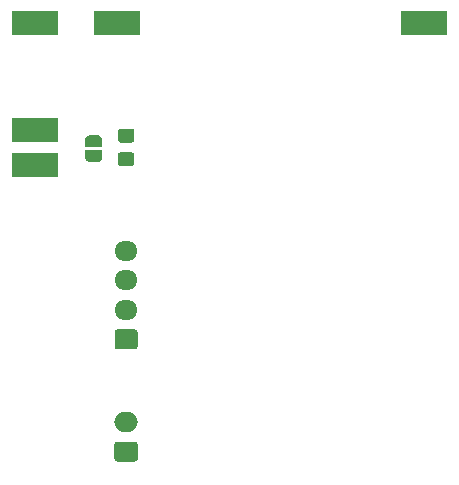
<source format=gts>
G04 #@! TF.GenerationSoftware,KiCad,Pcbnew,5.1.9+dfsg1-1*
G04 #@! TF.CreationDate,2023-02-08T10:37:42+09:00*
G04 #@! TF.ProjectId,pixel-battery-breakout,70697865-6c2d-4626-9174-746572792d62,rev?*
G04 #@! TF.SameCoordinates,Original*
G04 #@! TF.FileFunction,Soldermask,Top*
G04 #@! TF.FilePolarity,Negative*
%FSLAX46Y46*%
G04 Gerber Fmt 4.6, Leading zero omitted, Abs format (unit mm)*
G04 Created by KiCad (PCBNEW 5.1.9+dfsg1-1) date 2023-02-08 10:37:42*
%MOMM*%
%LPD*%
G01*
G04 APERTURE LIST*
%ADD10R,4.000000X2.000000*%
%ADD11O,2.000000X1.700000*%
%ADD12O,1.950000X1.700000*%
%ADD13C,0.100000*%
G04 APERTURE END LIST*
D10*
X173500000Y-21250000D03*
X147500000Y-21250000D03*
X140500000Y-21250000D03*
G36*
G01*
X149000000Y-58350000D02*
X147500000Y-58350000D01*
G75*
G02*
X147250000Y-58100000I0J250000D01*
G01*
X147250000Y-56900000D01*
G75*
G02*
X147500000Y-56650000I250000J0D01*
G01*
X149000000Y-56650000D01*
G75*
G02*
X149250000Y-56900000I0J-250000D01*
G01*
X149250000Y-58100000D01*
G75*
G02*
X149000000Y-58350000I-250000J0D01*
G01*
G37*
D11*
X148250000Y-55000000D03*
G36*
G01*
X148975000Y-48850000D02*
X147525000Y-48850000D01*
G75*
G02*
X147275000Y-48600000I0J250000D01*
G01*
X147275000Y-47400000D01*
G75*
G02*
X147525000Y-47150000I250000J0D01*
G01*
X148975000Y-47150000D01*
G75*
G02*
X149225000Y-47400000I0J-250000D01*
G01*
X149225000Y-48600000D01*
G75*
G02*
X148975000Y-48850000I-250000J0D01*
G01*
G37*
D12*
X148250000Y-45500000D03*
X148250000Y-43000000D03*
X148250000Y-40500000D03*
D13*
G36*
X144750000Y-31700000D02*
G01*
X144750000Y-31200000D01*
X144750602Y-31200000D01*
X144750602Y-31175466D01*
X144755412Y-31126635D01*
X144764984Y-31078510D01*
X144779228Y-31031555D01*
X144798005Y-30986222D01*
X144821136Y-30942949D01*
X144848396Y-30902150D01*
X144879524Y-30864221D01*
X144914221Y-30829524D01*
X144952150Y-30798396D01*
X144992949Y-30771136D01*
X145036222Y-30748005D01*
X145081555Y-30729228D01*
X145128510Y-30714984D01*
X145176635Y-30705412D01*
X145225466Y-30700602D01*
X145250000Y-30700602D01*
X145250000Y-30700000D01*
X145750000Y-30700000D01*
X145750000Y-30700602D01*
X145774534Y-30700602D01*
X145823365Y-30705412D01*
X145871490Y-30714984D01*
X145918445Y-30729228D01*
X145963778Y-30748005D01*
X146007051Y-30771136D01*
X146047850Y-30798396D01*
X146085779Y-30829524D01*
X146120476Y-30864221D01*
X146151604Y-30902150D01*
X146178864Y-30942949D01*
X146201995Y-30986222D01*
X146220772Y-31031555D01*
X146235016Y-31078510D01*
X146244588Y-31126635D01*
X146249398Y-31175466D01*
X146249398Y-31200000D01*
X146250000Y-31200000D01*
X146250000Y-31700000D01*
X144750000Y-31700000D01*
G37*
G36*
X146249398Y-32500000D02*
G01*
X146249398Y-32524534D01*
X146244588Y-32573365D01*
X146235016Y-32621490D01*
X146220772Y-32668445D01*
X146201995Y-32713778D01*
X146178864Y-32757051D01*
X146151604Y-32797850D01*
X146120476Y-32835779D01*
X146085779Y-32870476D01*
X146047850Y-32901604D01*
X146007051Y-32928864D01*
X145963778Y-32951995D01*
X145918445Y-32970772D01*
X145871490Y-32985016D01*
X145823365Y-32994588D01*
X145774534Y-32999398D01*
X145750000Y-32999398D01*
X145750000Y-33000000D01*
X145250000Y-33000000D01*
X145250000Y-32999398D01*
X145225466Y-32999398D01*
X145176635Y-32994588D01*
X145128510Y-32985016D01*
X145081555Y-32970772D01*
X145036222Y-32951995D01*
X144992949Y-32928864D01*
X144952150Y-32901604D01*
X144914221Y-32870476D01*
X144879524Y-32835779D01*
X144848396Y-32797850D01*
X144821136Y-32757051D01*
X144798005Y-32713778D01*
X144779228Y-32668445D01*
X144764984Y-32621490D01*
X144755412Y-32573365D01*
X144750602Y-32524534D01*
X144750602Y-32500000D01*
X144750000Y-32500000D01*
X144750000Y-32000000D01*
X146250000Y-32000000D01*
X146250000Y-32500000D01*
X146249398Y-32500000D01*
G37*
G36*
G01*
X148700001Y-33350000D02*
X147799999Y-33350000D01*
G75*
G02*
X147550000Y-33100001I0J249999D01*
G01*
X147550000Y-32399999D01*
G75*
G02*
X147799999Y-32150000I249999J0D01*
G01*
X148700001Y-32150000D01*
G75*
G02*
X148950000Y-32399999I0J-249999D01*
G01*
X148950000Y-33100001D01*
G75*
G02*
X148700001Y-33350000I-249999J0D01*
G01*
G37*
G36*
G01*
X148700001Y-31350000D02*
X147799999Y-31350000D01*
G75*
G02*
X147550000Y-31100001I0J249999D01*
G01*
X147550000Y-30399999D01*
G75*
G02*
X147799999Y-30150000I249999J0D01*
G01*
X148700001Y-30150000D01*
G75*
G02*
X148950000Y-30399999I0J-249999D01*
G01*
X148950000Y-31100001D01*
G75*
G02*
X148700001Y-31350000I-249999J0D01*
G01*
G37*
D10*
X140500000Y-30250000D03*
X140500000Y-33250000D03*
M02*

</source>
